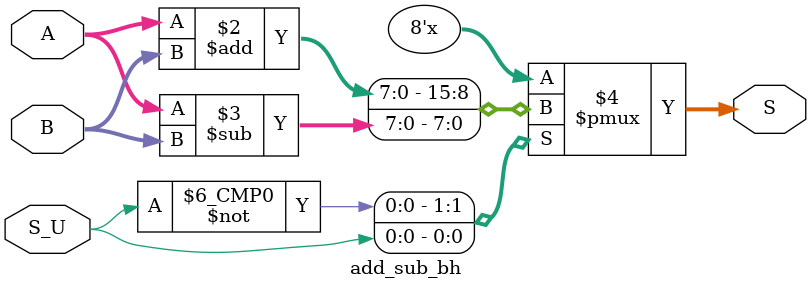
<source format=sv>
module add_sub_bh (
  // inputs
  input  logic [7:0] A, 
  input  logic [7:0] B,
  input  logic       S_U,
  // outputs
  output logic [7:0] S
);
  // logic
  always_comb begin
    case (S_U)
      0 : S = A + B;
      1 : S = A - B;
    endcase
  end

endmodule

</source>
